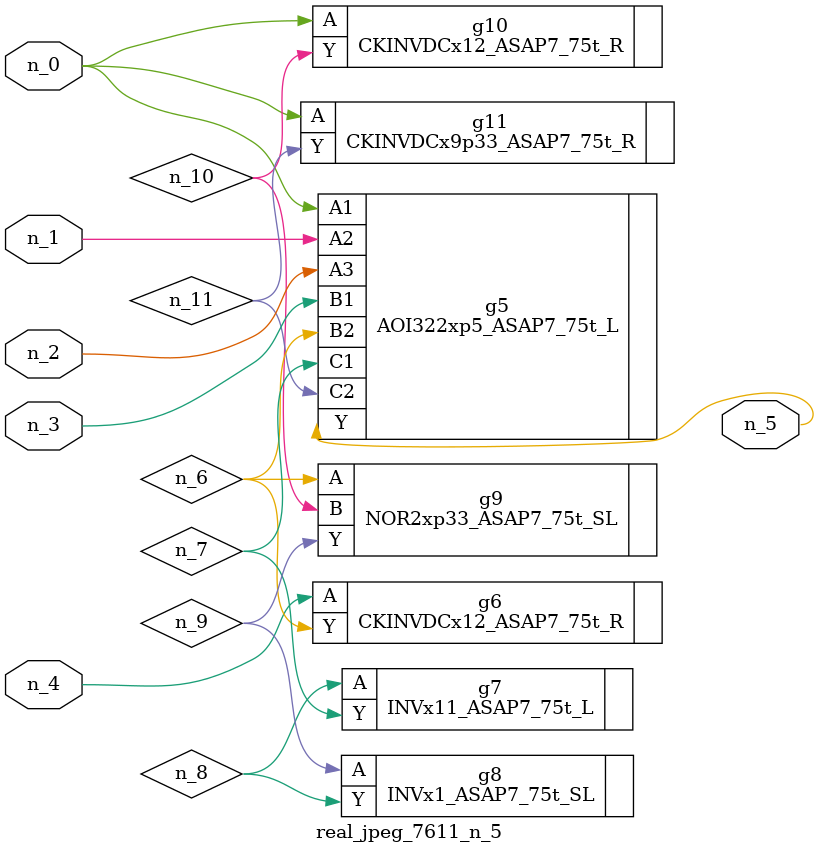
<source format=v>
module real_jpeg_7611_n_5 (n_4, n_0, n_1, n_2, n_3, n_5);

input n_4;
input n_0;
input n_1;
input n_2;
input n_3;

output n_5;

wire n_8;
wire n_11;
wire n_6;
wire n_7;
wire n_10;
wire n_9;

AOI322xp5_ASAP7_75t_L g5 ( 
.A1(n_0),
.A2(n_1),
.A3(n_2),
.B1(n_3),
.B2(n_6),
.C1(n_7),
.C2(n_11),
.Y(n_5)
);

CKINVDCx12_ASAP7_75t_R g10 ( 
.A(n_0),
.Y(n_10)
);

CKINVDCx9p33_ASAP7_75t_R g11 ( 
.A(n_0),
.Y(n_11)
);

CKINVDCx12_ASAP7_75t_R g6 ( 
.A(n_4),
.Y(n_6)
);

NOR2xp33_ASAP7_75t_SL g9 ( 
.A(n_6),
.B(n_10),
.Y(n_9)
);

INVx11_ASAP7_75t_L g7 ( 
.A(n_8),
.Y(n_7)
);

INVx1_ASAP7_75t_SL g8 ( 
.A(n_9),
.Y(n_8)
);


endmodule
</source>
